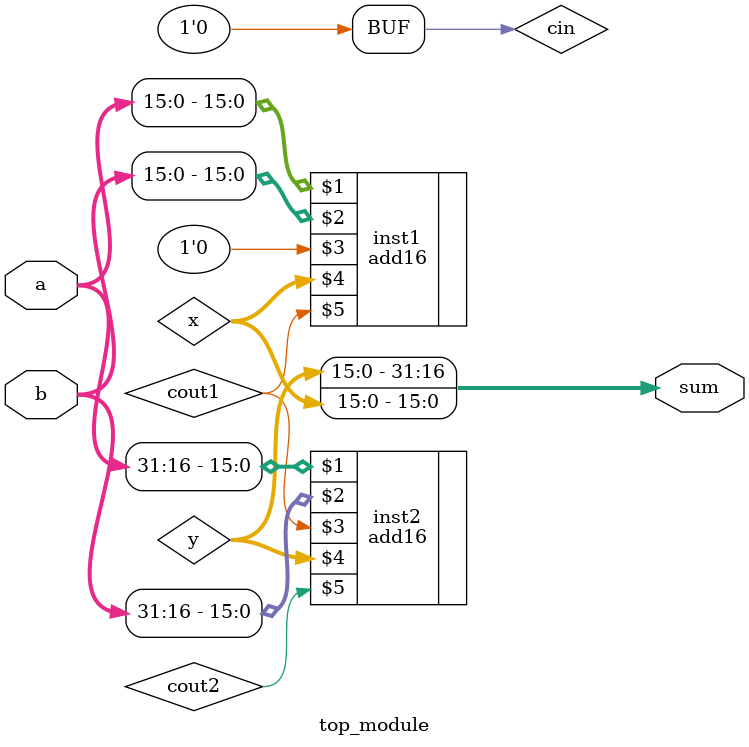
<source format=v>
module top_module(
    input [31:0] a,
    input [31:0] b,
    output [31:0] sum
);
    
    wire cin,cout1,cout2;
    wire [15:0] x,y;
    assign cin=1'b0;
    //add16 inst1(.a(a[15:0]),.b(b[15:0]),.sum(x),.cin(cin),.cout(cout1));
    //add 16 inst2(.a(a[16:31]),.b(b[16:31]),.sum(y),.cin(cout1),.cout(cout));
    //assign sum={x,y};
    add16 inst1(a[15:0],b[15:0],cin,x,cout1);
    add16 inst2(a[31:16],b[31:16],cout1,y,cout2);
    assign sum={y,x};
endmodule

</source>
